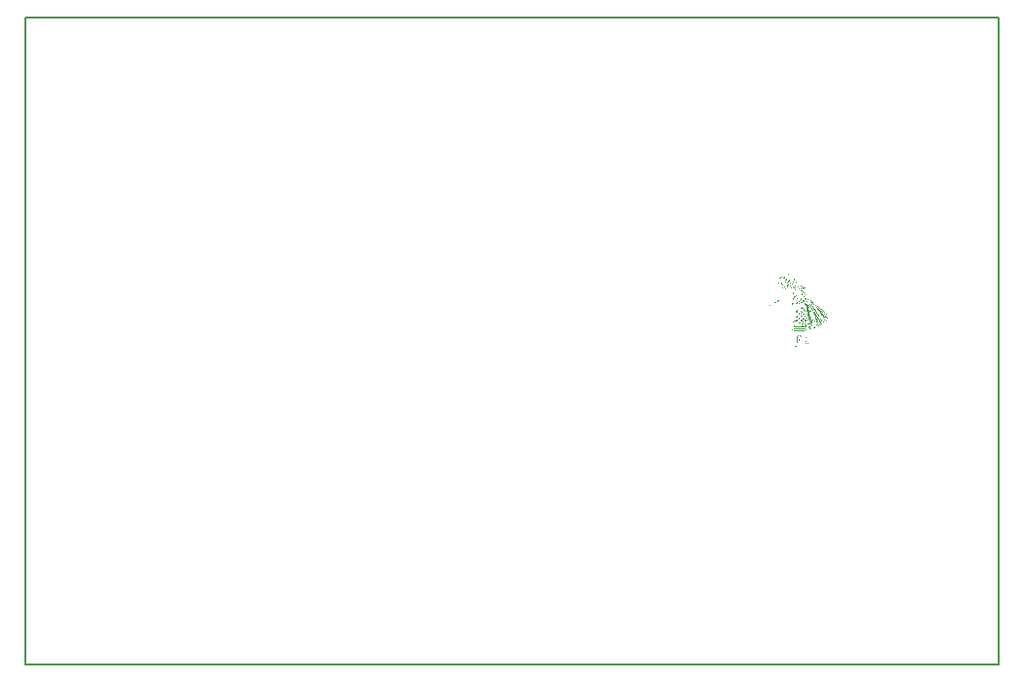
<source format=gbo>
G04 MADE WITH FRITZING*
G04 WWW.FRITZING.ORG*
G04 DOUBLE SIDED*
G04 HOLES PLATED*
G04 CONTOUR ON CENTER OF CONTOUR VECTOR*
%ASAXBY*%
%FSLAX23Y23*%
%MOIN*%
%OFA0B0*%
%SFA1.0B1.0*%
%ADD10R,3.333330X2.222220X3.317330X2.206220*%
%ADD11C,0.008000*%
%LNSILK0*%
G90*
G70*
G54D11*
X4Y2218D02*
X3329Y2218D01*
X3329Y4D01*
X4Y4D01*
X4Y2218D01*
D02*
G36*
X2601Y1342D02*
X2601Y1341D01*
X2599Y1341D01*
X2599Y1342D01*
X2601Y1342D01*
G37*
D02*
G36*
X2612Y1341D02*
X2612Y1337D01*
X2611Y1337D01*
X2611Y1339D01*
X2609Y1339D01*
X2609Y1341D01*
X2612Y1341D01*
G37*
D02*
G36*
X2609Y1339D02*
X2609Y1337D01*
X2607Y1337D01*
X2607Y1339D01*
X2609Y1339D01*
G37*
D02*
G36*
X2603Y1339D02*
X2603Y1337D01*
X2601Y1337D01*
X2601Y1339D01*
X2603Y1339D01*
G37*
D02*
G36*
X2596Y1339D02*
X2596Y1337D01*
X2595Y1337D01*
X2595Y1339D01*
X2596Y1339D01*
G37*
D02*
G36*
X2615Y1336D02*
X2615Y1334D01*
X2614Y1334D01*
X2614Y1336D01*
X2615Y1336D01*
G37*
D02*
G36*
X2607Y1336D02*
X2607Y1334D01*
X2606Y1334D01*
X2606Y1336D01*
X2607Y1336D01*
G37*
D02*
G36*
X2601Y1336D02*
X2601Y1334D01*
X2599Y1334D01*
X2599Y1336D01*
X2601Y1336D01*
G37*
D02*
G36*
X2595Y1336D02*
X2595Y1334D01*
X2593Y1334D01*
X2593Y1336D01*
X2595Y1336D01*
G37*
D02*
G36*
X2617Y1334D02*
X2617Y1333D01*
X2615Y1333D01*
X2615Y1334D01*
X2617Y1334D01*
G37*
D02*
G36*
X2609Y1334D02*
X2609Y1333D01*
X2607Y1333D01*
X2607Y1334D01*
X2609Y1334D01*
G37*
D02*
G36*
X2604Y1334D02*
X2604Y1333D01*
X2603Y1333D01*
X2603Y1334D01*
X2604Y1334D01*
G37*
D02*
G36*
X2593Y1334D02*
X2593Y1333D01*
X2591Y1333D01*
X2591Y1334D01*
X2593Y1334D01*
G37*
D02*
G36*
X2611Y1333D02*
X2611Y1331D01*
X2609Y1331D01*
X2609Y1333D01*
X2611Y1333D01*
G37*
D02*
G36*
X2601Y1331D02*
X2601Y1326D01*
X2596Y1326D01*
X2596Y1325D01*
X2595Y1325D01*
X2595Y1326D01*
X2593Y1326D01*
X2593Y1328D01*
X2595Y1328D01*
X2595Y1331D01*
X2601Y1331D01*
G37*
D02*
G36*
X2601Y1326D02*
X2601Y1325D01*
X2599Y1325D01*
X2599Y1326D01*
X2601Y1326D01*
G37*
D02*
G36*
X2590Y1331D02*
X2590Y1329D01*
X2588Y1329D01*
X2588Y1331D01*
X2590Y1331D01*
G37*
D02*
G36*
X2587Y1329D02*
X2587Y1328D01*
X2585Y1328D01*
X2585Y1325D01*
X2583Y1325D01*
X2583Y1328D01*
X2582Y1328D01*
X2582Y1329D01*
X2587Y1329D01*
G37*
D02*
G36*
X2614Y1328D02*
X2614Y1326D01*
X2612Y1326D01*
X2612Y1328D01*
X2614Y1328D01*
G37*
D02*
G36*
X2582Y1328D02*
X2582Y1326D01*
X2580Y1326D01*
X2580Y1328D01*
X2582Y1328D01*
G37*
D02*
G36*
X2623Y1326D02*
X2623Y1325D01*
X2622Y1325D01*
X2622Y1326D01*
X2623Y1326D01*
G37*
D02*
G36*
X2609Y1326D02*
X2609Y1325D01*
X2607Y1325D01*
X2607Y1326D01*
X2609Y1326D01*
G37*
D02*
G36*
X2580Y1326D02*
X2580Y1325D01*
X2579Y1325D01*
X2579Y1326D01*
X2580Y1326D01*
G37*
D02*
G36*
X2617Y1325D02*
X2617Y1321D01*
X2615Y1321D01*
X2615Y1325D01*
X2617Y1325D01*
G37*
D02*
G36*
X2611Y1325D02*
X2611Y1323D01*
X2609Y1323D01*
X2609Y1325D01*
X2611Y1325D01*
G37*
D02*
G36*
X2607Y1325D02*
X2607Y1318D01*
X2606Y1318D01*
X2606Y1317D01*
X2603Y1317D01*
X2603Y1318D01*
X2601Y1318D01*
X2601Y1320D01*
X2604Y1320D01*
X2604Y1323D01*
X2606Y1323D01*
X2606Y1325D01*
X2607Y1325D01*
G37*
D02*
G36*
X2633Y1323D02*
X2633Y1318D01*
X2631Y1318D01*
X2631Y1320D01*
X2630Y1320D01*
X2630Y1323D01*
X2633Y1323D01*
G37*
D02*
G36*
X2577Y1323D02*
X2577Y1321D01*
X2576Y1321D01*
X2576Y1323D01*
X2577Y1323D01*
G37*
D02*
G36*
X2625Y1321D02*
X2625Y1320D01*
X2623Y1320D01*
X2623Y1321D01*
X2625Y1321D01*
G37*
D02*
G36*
X2620Y1321D02*
X2620Y1317D01*
X2619Y1317D01*
X2619Y1321D01*
X2620Y1321D01*
G37*
D02*
G36*
X2599Y1321D02*
X2599Y1320D01*
X2598Y1320D01*
X2598Y1321D01*
X2599Y1321D01*
G37*
D02*
G36*
X2580Y1321D02*
X2580Y1320D01*
X2579Y1320D01*
X2579Y1321D01*
X2580Y1321D01*
G37*
D02*
G36*
X2615Y1320D02*
X2615Y1315D01*
X2614Y1315D01*
X2614Y1310D01*
X2609Y1310D01*
X2609Y1313D01*
X2611Y1313D01*
X2611Y1317D01*
X2614Y1317D01*
X2614Y1320D01*
X2615Y1320D01*
G37*
D02*
G36*
X2635Y1318D02*
X2635Y1317D01*
X2633Y1317D01*
X2633Y1318D01*
X2635Y1318D01*
G37*
D02*
G36*
X2627Y1318D02*
X2627Y1317D01*
X2625Y1317D01*
X2625Y1318D01*
X2627Y1318D01*
G37*
D02*
G36*
X2611Y1318D02*
X2611Y1317D01*
X2609Y1317D01*
X2609Y1318D01*
X2611Y1318D01*
G37*
D02*
G36*
X2593Y1318D02*
X2593Y1317D01*
X2591Y1317D01*
X2591Y1318D01*
X2593Y1318D01*
G37*
D02*
G36*
X2628Y1317D02*
X2628Y1313D01*
X2630Y1313D01*
X2630Y1312D01*
X2627Y1312D01*
X2627Y1310D01*
X2623Y1310D01*
X2623Y1312D01*
X2625Y1312D01*
X2625Y1313D01*
X2627Y1313D01*
X2627Y1317D01*
X2628Y1317D01*
G37*
D02*
G36*
X2636Y1315D02*
X2636Y1313D01*
X2635Y1313D01*
X2635Y1315D01*
X2636Y1315D01*
G37*
D02*
G36*
X2603Y1315D02*
X2603Y1312D01*
X2601Y1312D01*
X2601Y1315D01*
X2603Y1315D01*
G37*
D02*
G36*
X2639Y1313D02*
X2639Y1312D01*
X2638Y1312D01*
X2638Y1313D01*
X2639Y1313D01*
G37*
D02*
G36*
X2641Y1312D02*
X2641Y1310D01*
X2639Y1310D01*
X2639Y1312D01*
X2641Y1312D01*
G37*
D02*
G36*
X2585Y1312D02*
X2585Y1310D01*
X2580Y1310D01*
X2580Y1312D01*
X2585Y1312D01*
G37*
D02*
G36*
X2636Y1310D02*
X2636Y1309D01*
X2638Y1309D01*
X2638Y1307D01*
X2635Y1307D01*
X2635Y1310D01*
X2636Y1310D01*
G37*
D02*
G36*
X2619Y1310D02*
X2619Y1309D01*
X2620Y1309D01*
X2620Y1307D01*
X2617Y1307D01*
X2617Y1310D01*
X2619Y1310D01*
G37*
D02*
G36*
X2609Y1310D02*
X2609Y1309D01*
X2607Y1309D01*
X2607Y1310D01*
X2609Y1310D01*
G37*
D02*
G36*
X2590Y1310D02*
X2590Y1305D01*
X2591Y1305D01*
X2591Y1304D01*
X2587Y1304D01*
X2587Y1309D01*
X2585Y1309D01*
X2585Y1310D01*
X2590Y1310D01*
G37*
D02*
G36*
X2579Y1310D02*
X2579Y1309D01*
X2577Y1309D01*
X2577Y1310D01*
X2579Y1310D01*
G37*
D02*
G36*
X2631Y1309D02*
X2631Y1304D01*
X2630Y1304D01*
X2630Y1309D01*
X2631Y1309D01*
G37*
D02*
G36*
X2627Y1307D02*
X2627Y1305D01*
X2623Y1305D01*
X2623Y1307D01*
X2627Y1307D01*
G37*
D02*
G36*
X2607Y1307D02*
X2607Y1305D01*
X2606Y1305D01*
X2606Y1307D01*
X2607Y1307D01*
G37*
D02*
G36*
X2649Y1305D02*
X2649Y1304D01*
X2646Y1304D01*
X2646Y1305D01*
X2649Y1305D01*
G37*
D02*
G36*
X2612Y1304D02*
X2612Y1302D01*
X2611Y1302D01*
X2611Y1304D01*
X2612Y1304D01*
G37*
D02*
G36*
X2609Y1304D02*
X2609Y1302D01*
X2611Y1302D01*
X2611Y1299D01*
X2609Y1299D01*
X2609Y1296D01*
X2607Y1296D01*
X2607Y1304D01*
X2609Y1304D01*
G37*
D02*
G36*
X2593Y1304D02*
X2593Y1302D01*
X2591Y1302D01*
X2591Y1304D01*
X2593Y1304D01*
G37*
D02*
G36*
X2633Y1302D02*
X2633Y1301D01*
X2631Y1301D01*
X2631Y1302D01*
X2633Y1302D01*
G37*
D02*
G36*
X2596Y1302D02*
X2596Y1301D01*
X2598Y1301D01*
X2598Y1297D01*
X2599Y1297D01*
X2599Y1296D01*
X2595Y1296D01*
X2595Y1301D01*
X2593Y1301D01*
X2593Y1302D01*
X2596Y1302D01*
G37*
D02*
G36*
X2587Y1302D02*
X2587Y1301D01*
X2585Y1301D01*
X2585Y1302D01*
X2587Y1302D01*
G37*
D02*
G36*
X2657Y1301D02*
X2657Y1299D01*
X2654Y1299D01*
X2654Y1297D01*
X2652Y1297D01*
X2652Y1301D01*
X2657Y1301D01*
G37*
D02*
G36*
X2635Y1301D02*
X2635Y1299D01*
X2633Y1299D01*
X2633Y1301D01*
X2635Y1301D01*
G37*
D02*
G36*
X2628Y1301D02*
X2628Y1299D01*
X2627Y1299D01*
X2627Y1301D01*
X2628Y1301D01*
G37*
D02*
G36*
X2619Y1301D02*
X2619Y1299D01*
X2617Y1299D01*
X2617Y1301D01*
X2619Y1301D01*
G37*
D02*
G36*
X2588Y1301D02*
X2588Y1299D01*
X2587Y1299D01*
X2587Y1301D01*
X2588Y1301D01*
G37*
D02*
G36*
X2662Y1299D02*
X2662Y1297D01*
X2659Y1297D01*
X2659Y1296D01*
X2657Y1296D01*
X2657Y1299D01*
X2662Y1299D01*
G37*
D02*
G36*
X2649Y1299D02*
X2649Y1297D01*
X2647Y1297D01*
X2647Y1299D01*
X2649Y1299D01*
G37*
D02*
G36*
X2620Y1299D02*
X2620Y1297D01*
X2619Y1297D01*
X2619Y1299D01*
X2620Y1299D01*
G37*
D02*
G36*
X2667Y1297D02*
X2667Y1296D01*
X2665Y1296D01*
X2665Y1297D01*
X2667Y1297D01*
G37*
D02*
G36*
X2646Y1297D02*
X2646Y1294D01*
X2644Y1294D01*
X2644Y1293D01*
X2643Y1293D01*
X2643Y1296D01*
X2644Y1296D01*
X2644Y1297D01*
X2646Y1297D01*
G37*
D02*
G36*
X2631Y1297D02*
X2631Y1296D01*
X2628Y1296D01*
X2628Y1297D01*
X2631Y1297D01*
G37*
D02*
G36*
X2635Y1296D02*
X2635Y1291D01*
X2630Y1291D01*
X2630Y1293D01*
X2631Y1293D01*
X2631Y1296D01*
X2635Y1296D01*
G37*
D02*
G36*
X2622Y1296D02*
X2622Y1291D01*
X2620Y1291D01*
X2620Y1296D01*
X2622Y1296D01*
G37*
D02*
G36*
X2617Y1296D02*
X2617Y1294D01*
X2615Y1294D01*
X2615Y1296D01*
X2617Y1296D01*
G37*
D02*
G36*
X2591Y1296D02*
X2591Y1294D01*
X2590Y1294D01*
X2590Y1296D01*
X2591Y1296D01*
G37*
D02*
G36*
X2649Y1294D02*
X2649Y1293D01*
X2647Y1293D01*
X2647Y1294D01*
X2649Y1294D01*
G37*
D02*
G36*
X2611Y1294D02*
X2611Y1293D01*
X2609Y1293D01*
X2609Y1294D01*
X2611Y1294D01*
G37*
D02*
G36*
X2593Y1294D02*
X2593Y1291D01*
X2591Y1291D01*
X2591Y1294D01*
X2593Y1294D01*
G37*
D02*
G36*
X2670Y1293D02*
X2670Y1291D01*
X2662Y1291D01*
X2662Y1288D01*
X2660Y1288D01*
X2660Y1293D01*
X2670Y1293D01*
G37*
D02*
G36*
X2668Y1291D02*
X2668Y1290D01*
X2667Y1290D01*
X2667Y1288D01*
X2665Y1288D01*
X2665Y1291D01*
X2668Y1291D01*
G37*
D02*
G36*
X2647Y1293D02*
X2647Y1291D01*
X2646Y1291D01*
X2646Y1293D01*
X2647Y1293D01*
G37*
D02*
G36*
X2601Y1293D02*
X2601Y1291D01*
X2599Y1291D01*
X2599Y1293D01*
X2601Y1293D01*
G37*
D02*
G36*
X2646Y1291D02*
X2646Y1290D01*
X2644Y1290D01*
X2644Y1291D01*
X2646Y1291D01*
G37*
D02*
G36*
X2612Y1291D02*
X2612Y1290D01*
X2611Y1290D01*
X2611Y1291D01*
X2612Y1291D01*
G37*
D02*
G36*
X2655Y1290D02*
X2655Y1288D01*
X2654Y1288D01*
X2654Y1290D01*
X2655Y1290D01*
G37*
D02*
G36*
X2649Y1290D02*
X2649Y1288D01*
X2647Y1288D01*
X2647Y1290D01*
X2649Y1290D01*
G37*
D02*
G36*
X2644Y1290D02*
X2644Y1288D01*
X2643Y1288D01*
X2643Y1290D01*
X2644Y1290D01*
G37*
D02*
G36*
X2623Y1290D02*
X2623Y1286D01*
X2622Y1286D01*
X2622Y1290D01*
X2623Y1290D01*
G37*
D02*
G36*
X2603Y1290D02*
X2603Y1288D01*
X2601Y1288D01*
X2601Y1290D01*
X2603Y1290D01*
G37*
D02*
G36*
X2654Y1288D02*
X2654Y1286D01*
X2652Y1286D01*
X2652Y1288D01*
X2654Y1288D01*
G37*
D02*
G36*
X2647Y1288D02*
X2647Y1286D01*
X2646Y1286D01*
X2646Y1288D01*
X2647Y1288D01*
G37*
D02*
G36*
X2635Y1288D02*
X2635Y1286D01*
X2633Y1286D01*
X2633Y1288D01*
X2635Y1288D01*
G37*
D02*
G36*
X2614Y1288D02*
X2614Y1285D01*
X2612Y1285D01*
X2612Y1288D01*
X2614Y1288D01*
G37*
D02*
G36*
X2660Y1286D02*
X2660Y1282D01*
X2654Y1282D01*
X2654Y1283D01*
X2652Y1283D01*
X2652Y1285D01*
X2654Y1285D01*
X2654Y1286D01*
X2660Y1286D01*
G37*
D02*
G36*
X2652Y1286D02*
X2652Y1285D01*
X2651Y1285D01*
X2651Y1286D01*
X2652Y1286D01*
G37*
D02*
G36*
X2646Y1286D02*
X2646Y1285D01*
X2644Y1285D01*
X2644Y1286D01*
X2646Y1286D01*
G37*
D02*
G36*
X2625Y1286D02*
X2625Y1283D01*
X2623Y1283D01*
X2623Y1286D01*
X2625Y1286D01*
G37*
D02*
G36*
X2651Y1285D02*
X2651Y1282D01*
X2649Y1282D01*
X2649Y1285D01*
X2651Y1285D01*
G37*
D02*
G36*
X2644Y1285D02*
X2644Y1283D01*
X2643Y1283D01*
X2643Y1285D01*
X2644Y1285D01*
G37*
D02*
G36*
X2627Y1283D02*
X2627Y1282D01*
X2625Y1282D01*
X2625Y1283D01*
X2627Y1283D01*
G37*
D02*
G36*
X2638Y1282D02*
X2638Y1275D01*
X2636Y1275D01*
X2636Y1277D01*
X2635Y1277D01*
X2635Y1280D01*
X2636Y1280D01*
X2636Y1282D01*
X2638Y1282D01*
G37*
D02*
G36*
X2662Y1280D02*
X2662Y1278D01*
X2660Y1278D01*
X2660Y1280D01*
X2662Y1280D01*
G37*
D02*
G36*
X2651Y1278D02*
X2651Y1277D01*
X2647Y1277D01*
X2647Y1278D01*
X2651Y1278D01*
G37*
D02*
G36*
X2667Y1277D02*
X2667Y1274D01*
X2660Y1274D01*
X2660Y1275D01*
X2662Y1275D01*
X2662Y1277D01*
X2667Y1277D01*
G37*
D02*
G36*
X2630Y1277D02*
X2630Y1272D01*
X2628Y1272D01*
X2628Y1277D01*
X2630Y1277D01*
G37*
D02*
G36*
X2659Y1274D02*
X2659Y1269D01*
X2657Y1269D01*
X2657Y1274D01*
X2659Y1274D01*
G37*
D02*
G36*
X2639Y1272D02*
X2639Y1270D01*
X2638Y1270D01*
X2638Y1272D01*
X2639Y1272D01*
G37*
D02*
G36*
X2670Y1270D02*
X2670Y1267D01*
X2668Y1267D01*
X2668Y1270D01*
X2670Y1270D01*
G37*
D02*
G36*
X2631Y1270D02*
X2631Y1269D01*
X2630Y1269D01*
X2630Y1270D01*
X2631Y1270D01*
G37*
D02*
G36*
X2660Y1269D02*
X2660Y1267D01*
X2659Y1267D01*
X2659Y1269D01*
X2660Y1269D01*
G37*
D02*
G36*
X2623Y1269D02*
X2623Y1261D01*
X2622Y1261D01*
X2622Y1269D01*
X2623Y1269D01*
G37*
D02*
G36*
X2639Y1267D02*
X2639Y1266D01*
X2638Y1266D01*
X2638Y1267D01*
X2639Y1267D01*
G37*
D02*
G36*
X2631Y1267D02*
X2631Y1266D01*
X2633Y1266D01*
X2633Y1264D01*
X2638Y1264D01*
X2638Y1262D01*
X2636Y1262D01*
X2636Y1261D01*
X2633Y1261D01*
X2633Y1259D01*
X2631Y1259D01*
X2631Y1261D01*
X2630Y1261D01*
X2630Y1267D01*
X2631Y1267D01*
G37*
D02*
G36*
X2667Y1266D02*
X2667Y1259D01*
X2665Y1259D01*
X2665Y1262D01*
X2663Y1262D01*
X2663Y1264D01*
X2662Y1264D01*
X2662Y1266D01*
X2667Y1266D01*
G37*
D02*
G36*
X2655Y1262D02*
X2655Y1261D01*
X2654Y1261D01*
X2654Y1262D01*
X2655Y1262D01*
G37*
D02*
G36*
X2657Y1261D02*
X2657Y1258D01*
X2655Y1258D01*
X2655Y1261D01*
X2657Y1261D01*
G37*
D02*
G36*
X2628Y1261D02*
X2628Y1259D01*
X2627Y1259D01*
X2627Y1261D01*
X2628Y1261D01*
G37*
D02*
G36*
X2663Y1259D02*
X2663Y1258D01*
X2662Y1258D01*
X2662Y1259D01*
X2663Y1259D01*
G37*
D02*
G36*
X2651Y1259D02*
X2651Y1258D01*
X2649Y1258D01*
X2649Y1259D01*
X2651Y1259D01*
G37*
D02*
G36*
X2638Y1259D02*
X2638Y1258D01*
X2636Y1258D01*
X2636Y1259D01*
X2638Y1259D01*
G37*
D02*
G36*
X2674Y1258D02*
X2674Y1256D01*
X2670Y1256D01*
X2670Y1254D01*
X2668Y1254D01*
X2668Y1258D01*
X2674Y1258D01*
G37*
D02*
G36*
X2674Y1256D02*
X2674Y1253D01*
X2673Y1253D01*
X2673Y1256D01*
X2674Y1256D01*
G37*
D02*
G36*
X2655Y1258D02*
X2655Y1256D01*
X2654Y1256D01*
X2654Y1254D01*
X2652Y1254D01*
X2652Y1258D01*
X2655Y1258D01*
G37*
D02*
G36*
X2643Y1258D02*
X2643Y1256D01*
X2639Y1256D01*
X2639Y1258D01*
X2643Y1258D01*
G37*
D02*
G36*
X2630Y1258D02*
X2630Y1251D01*
X2628Y1251D01*
X2628Y1254D01*
X2625Y1254D01*
X2625Y1256D01*
X2628Y1256D01*
X2628Y1258D01*
X2630Y1258D01*
G37*
D02*
G36*
X2660Y1256D02*
X2660Y1254D01*
X2659Y1254D01*
X2659Y1253D01*
X2657Y1253D01*
X2657Y1251D01*
X2654Y1251D01*
X2654Y1253D01*
X2655Y1253D01*
X2655Y1254D01*
X2657Y1254D01*
X2657Y1256D01*
X2660Y1256D01*
G37*
D02*
G36*
X2649Y1256D02*
X2649Y1254D01*
X2647Y1254D01*
X2647Y1256D01*
X2649Y1256D01*
G37*
D02*
G36*
X2668Y1254D02*
X2668Y1253D01*
X2667Y1253D01*
X2667Y1254D01*
X2668Y1254D01*
G37*
D02*
G36*
X2639Y1254D02*
X2639Y1253D01*
X2638Y1253D01*
X2638Y1254D01*
X2639Y1254D01*
G37*
D02*
G36*
X2582Y1254D02*
X2582Y1253D01*
X2580Y1253D01*
X2580Y1254D01*
X2582Y1254D01*
G37*
D02*
G36*
X2679Y1253D02*
X2679Y1251D01*
X2681Y1251D01*
X2681Y1250D01*
X2676Y1250D01*
X2676Y1251D01*
X2678Y1251D01*
X2678Y1253D01*
X2679Y1253D01*
G37*
D02*
G36*
X2673Y1253D02*
X2673Y1251D01*
X2671Y1251D01*
X2671Y1253D01*
X2673Y1253D01*
G37*
D02*
G36*
X2644Y1253D02*
X2644Y1250D01*
X2643Y1250D01*
X2643Y1253D01*
X2644Y1253D01*
G37*
D02*
G36*
X2580Y1253D02*
X2580Y1251D01*
X2579Y1251D01*
X2579Y1253D01*
X2580Y1253D01*
G37*
D02*
G36*
X2686Y1251D02*
X2686Y1250D01*
X2684Y1250D01*
X2684Y1251D01*
X2686Y1251D01*
G37*
D02*
G36*
X2671Y1251D02*
X2671Y1250D01*
X2670Y1250D01*
X2670Y1251D01*
X2671Y1251D01*
G37*
D02*
G36*
X2667Y1251D02*
X2667Y1250D01*
X2665Y1250D01*
X2665Y1251D01*
X2667Y1251D01*
G37*
D02*
G36*
X2654Y1251D02*
X2654Y1250D01*
X2652Y1250D01*
X2652Y1251D01*
X2654Y1251D01*
G37*
D02*
G36*
X2689Y1250D02*
X2689Y1248D01*
X2687Y1248D01*
X2687Y1250D01*
X2689Y1250D01*
G37*
D02*
G36*
X2668Y1250D02*
X2668Y1248D01*
X2667Y1248D01*
X2667Y1250D01*
X2668Y1250D01*
G37*
D02*
G36*
X2665Y1250D02*
X2665Y1248D01*
X2667Y1248D01*
X2667Y1246D01*
X2665Y1246D01*
X2665Y1245D01*
X2662Y1245D01*
X2662Y1243D01*
X2659Y1243D01*
X2659Y1245D01*
X2660Y1245D01*
X2660Y1250D01*
X2665Y1250D01*
G37*
D02*
G36*
X2652Y1250D02*
X2652Y1248D01*
X2651Y1248D01*
X2651Y1250D01*
X2652Y1250D01*
G37*
D02*
G36*
X2579Y1250D02*
X2579Y1248D01*
X2576Y1248D01*
X2576Y1246D01*
X2574Y1246D01*
X2574Y1245D01*
X2572Y1245D01*
X2572Y1248D01*
X2574Y1248D01*
X2574Y1250D01*
X2579Y1250D01*
G37*
D02*
G36*
X2692Y1248D02*
X2692Y1246D01*
X2689Y1246D01*
X2689Y1248D01*
X2692Y1248D01*
G37*
D02*
G36*
X2676Y1248D02*
X2676Y1246D01*
X2674Y1246D01*
X2674Y1248D01*
X2676Y1248D01*
G37*
D02*
G36*
X2651Y1248D02*
X2651Y1245D01*
X2644Y1245D01*
X2644Y1246D01*
X2647Y1246D01*
X2647Y1248D01*
X2651Y1248D01*
G37*
D02*
G36*
X2588Y1248D02*
X2588Y1246D01*
X2587Y1246D01*
X2587Y1248D01*
X2588Y1248D01*
G37*
D02*
G36*
X2694Y1246D02*
X2694Y1245D01*
X2692Y1245D01*
X2692Y1246D01*
X2694Y1246D01*
G37*
D02*
G36*
X2695Y1245D02*
X2695Y1243D01*
X2692Y1243D01*
X2692Y1245D01*
X2695Y1245D01*
G37*
D02*
G36*
X2689Y1245D02*
X2689Y1243D01*
X2686Y1243D01*
X2686Y1245D01*
X2689Y1245D01*
G37*
D02*
G36*
X2697Y1243D02*
X2697Y1242D01*
X2687Y1242D01*
X2687Y1243D01*
X2697Y1243D01*
G37*
D02*
G36*
X2697Y1243D02*
X2697Y1242D01*
X2687Y1242D01*
X2687Y1243D01*
X2697Y1243D01*
G37*
D02*
G36*
X2698Y1242D02*
X2698Y1237D01*
X2695Y1237D01*
X2695Y1238D01*
X2694Y1238D01*
X2694Y1240D01*
X2690Y1240D01*
X2690Y1242D01*
X2698Y1242D01*
G37*
D02*
G36*
X2684Y1246D02*
X2684Y1245D01*
X2679Y1245D01*
X2679Y1246D01*
X2684Y1246D01*
G37*
D02*
G36*
X2671Y1245D02*
X2671Y1243D01*
X2668Y1243D01*
X2668Y1245D01*
X2671Y1245D01*
G37*
D02*
G36*
X2644Y1245D02*
X2644Y1237D01*
X2638Y1237D01*
X2638Y1240D01*
X2636Y1240D01*
X2636Y1242D01*
X2639Y1242D01*
X2639Y1243D01*
X2643Y1243D01*
X2643Y1245D01*
X2644Y1245D01*
G37*
D02*
G36*
X2674Y1243D02*
X2674Y1242D01*
X2673Y1242D01*
X2673Y1243D01*
X2674Y1243D01*
G37*
D02*
G36*
X2659Y1243D02*
X2659Y1242D01*
X2654Y1242D01*
X2654Y1240D01*
X2652Y1240D01*
X2652Y1243D01*
X2659Y1243D01*
G37*
D02*
G36*
X2571Y1243D02*
X2571Y1242D01*
X2568Y1242D01*
X2568Y1240D01*
X2564Y1240D01*
X2564Y1243D01*
X2571Y1243D01*
G37*
D02*
G36*
X2667Y1242D02*
X2667Y1240D01*
X2665Y1240D01*
X2665Y1242D01*
X2667Y1242D01*
G37*
D02*
G36*
X2627Y1242D02*
X2627Y1240D01*
X2630Y1240D01*
X2630Y1237D01*
X2625Y1237D01*
X2625Y1235D01*
X2623Y1235D01*
X2623Y1238D01*
X2622Y1238D01*
X2622Y1240D01*
X2623Y1240D01*
X2623Y1242D01*
X2627Y1242D01*
G37*
D02*
G36*
X2649Y1240D02*
X2649Y1238D01*
X2647Y1238D01*
X2647Y1240D01*
X2649Y1240D01*
G37*
D02*
G36*
X2564Y1240D02*
X2564Y1238D01*
X2563Y1238D01*
X2563Y1240D01*
X2564Y1240D01*
G37*
D02*
G36*
X2684Y1238D02*
X2684Y1237D01*
X2682Y1237D01*
X2682Y1238D01*
X2684Y1238D01*
G37*
D02*
G36*
X2556Y1238D02*
X2556Y1237D01*
X2553Y1237D01*
X2553Y1238D01*
X2556Y1238D01*
G37*
D02*
G36*
X2700Y1237D02*
X2700Y1235D01*
X2698Y1235D01*
X2698Y1237D01*
X2700Y1237D01*
G37*
D02*
G36*
X2692Y1237D02*
X2692Y1235D01*
X2690Y1235D01*
X2690Y1237D01*
X2692Y1237D01*
G37*
D02*
G36*
X2686Y1237D02*
X2686Y1235D01*
X2684Y1235D01*
X2684Y1237D01*
X2686Y1237D01*
G37*
D02*
G36*
X2706Y1235D02*
X2706Y1234D01*
X2705Y1234D01*
X2705Y1235D01*
X2706Y1235D01*
G37*
D02*
G36*
X2703Y1235D02*
X2703Y1234D01*
X2700Y1234D01*
X2700Y1235D01*
X2703Y1235D01*
G37*
D02*
G36*
X2708Y1234D02*
X2708Y1232D01*
X2702Y1232D01*
X2702Y1234D01*
X2708Y1234D01*
G37*
D02*
G36*
X2708Y1234D02*
X2708Y1232D01*
X2702Y1232D01*
X2702Y1234D01*
X2708Y1234D01*
G37*
D02*
G36*
X2708Y1232D02*
X2708Y1227D01*
X2706Y1227D01*
X2706Y1229D01*
X2705Y1229D01*
X2705Y1230D01*
X2703Y1230D01*
X2703Y1232D01*
X2708Y1232D01*
G37*
D02*
G36*
X2689Y1235D02*
X2689Y1234D01*
X2690Y1234D01*
X2690Y1232D01*
X2687Y1232D01*
X2687Y1234D01*
X2686Y1234D01*
X2686Y1235D01*
X2689Y1235D01*
G37*
D02*
G36*
X2636Y1235D02*
X2636Y1234D01*
X2631Y1234D01*
X2631Y1235D01*
X2636Y1235D01*
G37*
D02*
G36*
X2560Y1235D02*
X2560Y1234D01*
X2558Y1234D01*
X2558Y1235D01*
X2560Y1235D01*
G37*
D02*
G36*
X2628Y1234D02*
X2628Y1232D01*
X2627Y1232D01*
X2627Y1234D01*
X2628Y1234D01*
G37*
D02*
G36*
X2550Y1234D02*
X2550Y1232D01*
X2548Y1232D01*
X2548Y1234D01*
X2550Y1234D01*
G37*
D02*
G36*
X2692Y1232D02*
X2692Y1230D01*
X2690Y1230D01*
X2690Y1232D01*
X2692Y1232D01*
G37*
D02*
G36*
X2662Y1232D02*
X2662Y1230D01*
X2660Y1230D01*
X2660Y1232D01*
X2662Y1232D01*
G37*
D02*
G36*
X2713Y1230D02*
X2713Y1229D01*
X2711Y1229D01*
X2711Y1230D01*
X2713Y1230D01*
G37*
D02*
G36*
X2695Y1230D02*
X2695Y1229D01*
X2697Y1229D01*
X2697Y1227D01*
X2698Y1227D01*
X2698Y1226D01*
X2700Y1226D01*
X2700Y1222D01*
X2702Y1222D01*
X2702Y1221D01*
X2703Y1221D01*
X2703Y1218D01*
X2705Y1218D01*
X2705Y1216D01*
X2700Y1216D01*
X2700Y1219D01*
X2698Y1219D01*
X2698Y1222D01*
X2697Y1222D01*
X2697Y1224D01*
X2695Y1224D01*
X2695Y1226D01*
X2694Y1226D01*
X2694Y1229D01*
X2692Y1229D01*
X2692Y1230D01*
X2695Y1230D01*
G37*
D02*
G36*
X2686Y1230D02*
X2686Y1229D01*
X2684Y1229D01*
X2684Y1230D01*
X2686Y1230D01*
G37*
D02*
G36*
X2660Y1230D02*
X2660Y1229D01*
X2659Y1229D01*
X2659Y1230D01*
X2660Y1230D01*
G37*
D02*
G36*
X2714Y1229D02*
X2714Y1227D01*
X2713Y1227D01*
X2713Y1229D01*
X2714Y1229D01*
G37*
D02*
G36*
X2663Y1229D02*
X2663Y1227D01*
X2662Y1227D01*
X2662Y1229D01*
X2663Y1229D01*
G37*
D02*
G36*
X2716Y1227D02*
X2716Y1226D01*
X2714Y1226D01*
X2714Y1227D01*
X2716Y1227D01*
G37*
D02*
G36*
X2659Y1227D02*
X2659Y1224D01*
X2662Y1224D01*
X2662Y1222D01*
X2654Y1222D01*
X2654Y1224D01*
X2655Y1224D01*
X2655Y1226D01*
X2657Y1226D01*
X2657Y1227D01*
X2659Y1227D01*
G37*
D02*
G36*
X2719Y1226D02*
X2719Y1224D01*
X2721Y1224D01*
X2721Y1222D01*
X2722Y1222D01*
X2722Y1221D01*
X2726Y1221D01*
X2726Y1219D01*
X2727Y1219D01*
X2727Y1218D01*
X2729Y1218D01*
X2729Y1216D01*
X2730Y1216D01*
X2730Y1214D01*
X2732Y1214D01*
X2732Y1213D01*
X2734Y1213D01*
X2734Y1211D01*
X2735Y1211D01*
X2735Y1210D01*
X2737Y1210D01*
X2737Y1208D01*
X2738Y1208D01*
X2738Y1206D01*
X2740Y1206D01*
X2740Y1203D01*
X2738Y1203D01*
X2738Y1205D01*
X2737Y1205D01*
X2737Y1206D01*
X2735Y1206D01*
X2735Y1208D01*
X2734Y1208D01*
X2734Y1210D01*
X2732Y1210D01*
X2732Y1211D01*
X2730Y1211D01*
X2730Y1213D01*
X2729Y1213D01*
X2729Y1214D01*
X2727Y1214D01*
X2727Y1216D01*
X2726Y1216D01*
X2726Y1218D01*
X2724Y1218D01*
X2724Y1219D01*
X2721Y1219D01*
X2721Y1221D01*
X2719Y1221D01*
X2719Y1222D01*
X2718Y1222D01*
X2718Y1224D01*
X2716Y1224D01*
X2716Y1226D01*
X2719Y1226D01*
G37*
D02*
G36*
X2670Y1222D02*
X2670Y1221D01*
X2668Y1221D01*
X2668Y1222D01*
X2670Y1222D01*
G37*
D02*
G36*
X2665Y1221D02*
X2665Y1219D01*
X2667Y1219D01*
X2667Y1216D01*
X2663Y1216D01*
X2663Y1221D01*
X2665Y1221D01*
G37*
D02*
G36*
X2651Y1221D02*
X2651Y1219D01*
X2649Y1219D01*
X2649Y1221D01*
X2651Y1221D01*
G37*
D02*
G36*
X2687Y1219D02*
X2687Y1218D01*
X2686Y1218D01*
X2686Y1219D01*
X2687Y1219D01*
G37*
D02*
G36*
X2660Y1219D02*
X2660Y1216D01*
X2659Y1216D01*
X2659Y1218D01*
X2654Y1218D01*
X2654Y1219D01*
X2660Y1219D01*
G37*
D02*
G36*
X2643Y1218D02*
X2643Y1216D01*
X2641Y1216D01*
X2641Y1218D01*
X2643Y1218D01*
G37*
D02*
G36*
X2708Y1216D02*
X2708Y1214D01*
X2706Y1214D01*
X2706Y1211D01*
X2708Y1211D01*
X2708Y1210D01*
X2710Y1210D01*
X2710Y1208D01*
X2711Y1208D01*
X2711Y1205D01*
X2713Y1205D01*
X2713Y1203D01*
X2714Y1203D01*
X2714Y1200D01*
X2716Y1200D01*
X2716Y1195D01*
X2714Y1195D01*
X2714Y1197D01*
X2713Y1197D01*
X2713Y1200D01*
X2711Y1200D01*
X2711Y1202D01*
X2710Y1202D01*
X2710Y1205D01*
X2708Y1205D01*
X2708Y1208D01*
X2705Y1208D01*
X2705Y1211D01*
X2703Y1211D01*
X2703Y1213D01*
X2705Y1213D01*
X2705Y1216D01*
X2708Y1216D01*
G37*
D02*
G36*
X2663Y1216D02*
X2663Y1214D01*
X2662Y1214D01*
X2662Y1216D01*
X2663Y1216D01*
G37*
D02*
G36*
X2652Y1216D02*
X2652Y1214D01*
X2649Y1214D01*
X2649Y1216D01*
X2652Y1216D01*
G37*
D02*
G36*
X2670Y1214D02*
X2670Y1210D01*
X2668Y1210D01*
X2668Y1213D01*
X2667Y1213D01*
X2667Y1214D01*
X2670Y1214D01*
G37*
D02*
G36*
X2657Y1214D02*
X2657Y1213D01*
X2655Y1213D01*
X2655Y1211D01*
X2654Y1211D01*
X2654Y1210D01*
X2651Y1210D01*
X2651Y1211D01*
X2652Y1211D01*
X2652Y1213D01*
X2654Y1213D01*
X2654Y1214D01*
X2657Y1214D01*
G37*
D02*
G36*
X2641Y1216D02*
X2641Y1213D01*
X2638Y1213D01*
X2638Y1214D01*
X2639Y1214D01*
X2639Y1216D01*
X2641Y1216D01*
G37*
D02*
G36*
X2644Y1214D02*
X2644Y1213D01*
X2643Y1213D01*
X2643Y1214D01*
X2644Y1214D01*
G37*
D02*
G36*
X2644Y1213D02*
X2644Y1211D01*
X2638Y1211D01*
X2638Y1213D01*
X2644Y1213D01*
G37*
D02*
G36*
X2644Y1213D02*
X2644Y1211D01*
X2638Y1211D01*
X2638Y1213D01*
X2644Y1213D01*
G37*
D02*
G36*
X2646Y1211D02*
X2646Y1210D01*
X2644Y1210D01*
X2644Y1208D01*
X2638Y1208D01*
X2638Y1211D01*
X2646Y1211D01*
G37*
D02*
G36*
X2726Y1213D02*
X2726Y1211D01*
X2724Y1211D01*
X2724Y1213D01*
X2726Y1213D01*
G37*
D02*
G36*
X2690Y1213D02*
X2690Y1211D01*
X2687Y1211D01*
X2687Y1213D01*
X2690Y1213D01*
G37*
D02*
G36*
X2727Y1211D02*
X2727Y1210D01*
X2726Y1210D01*
X2726Y1211D01*
X2727Y1211D01*
G37*
D02*
G36*
X2695Y1211D02*
X2695Y1210D01*
X2694Y1210D01*
X2694Y1211D01*
X2695Y1211D01*
G37*
D02*
G36*
X2660Y1211D02*
X2660Y1210D01*
X2659Y1210D01*
X2659Y1211D01*
X2660Y1211D01*
G37*
D02*
G36*
X2729Y1210D02*
X2729Y1208D01*
X2727Y1208D01*
X2727Y1210D01*
X2729Y1210D01*
G37*
D02*
G36*
X2659Y1210D02*
X2659Y1208D01*
X2657Y1208D01*
X2657Y1210D01*
X2659Y1210D01*
G37*
D02*
G36*
X2730Y1208D02*
X2730Y1206D01*
X2729Y1206D01*
X2729Y1208D01*
X2730Y1208D01*
G37*
D02*
G36*
X2671Y1208D02*
X2671Y1205D01*
X2670Y1205D01*
X2670Y1208D01*
X2671Y1208D01*
G37*
D02*
G36*
X2657Y1208D02*
X2657Y1206D01*
X2654Y1206D01*
X2654Y1208D01*
X2657Y1208D01*
G37*
D02*
G36*
X2649Y1208D02*
X2649Y1206D01*
X2652Y1206D01*
X2652Y1205D01*
X2651Y1205D01*
X2651Y1200D01*
X2646Y1200D01*
X2646Y1206D01*
X2647Y1206D01*
X2647Y1208D01*
X2649Y1208D01*
G37*
D02*
G36*
X2732Y1206D02*
X2732Y1205D01*
X2734Y1205D01*
X2734Y1203D01*
X2730Y1203D01*
X2730Y1206D01*
X2732Y1206D01*
G37*
D02*
G36*
X2667Y1206D02*
X2667Y1202D01*
X2665Y1202D01*
X2665Y1200D01*
X2660Y1200D01*
X2660Y1206D01*
X2667Y1206D01*
G37*
D02*
G36*
X2638Y1206D02*
X2638Y1203D01*
X2636Y1203D01*
X2636Y1206D01*
X2638Y1206D01*
G37*
D02*
G36*
X2743Y1203D02*
X2743Y1202D01*
X2745Y1202D01*
X2745Y1200D01*
X2742Y1200D01*
X2742Y1202D01*
X2740Y1202D01*
X2740Y1203D01*
X2743Y1203D01*
G37*
D02*
G36*
X2735Y1203D02*
X2735Y1202D01*
X2734Y1202D01*
X2734Y1203D01*
X2735Y1203D01*
G37*
D02*
G36*
X2673Y1203D02*
X2673Y1202D01*
X2671Y1202D01*
X2671Y1203D01*
X2673Y1203D01*
G37*
D02*
G36*
X2711Y1227D02*
X2711Y1226D01*
X2713Y1226D01*
X2713Y1224D01*
X2714Y1224D01*
X2714Y1221D01*
X2716Y1221D01*
X2716Y1219D01*
X2718Y1219D01*
X2718Y1218D01*
X2719Y1218D01*
X2719Y1216D01*
X2722Y1216D01*
X2722Y1214D01*
X2724Y1214D01*
X2724Y1213D01*
X2722Y1213D01*
X2722Y1211D01*
X2724Y1211D01*
X2724Y1208D01*
X2726Y1208D01*
X2726Y1206D01*
X2727Y1206D01*
X2727Y1205D01*
X2729Y1205D01*
X2729Y1202D01*
X2730Y1202D01*
X2730Y1200D01*
X2732Y1200D01*
X2732Y1198D01*
X2726Y1198D01*
X2726Y1197D01*
X2724Y1197D01*
X2724Y1200D01*
X2721Y1200D01*
X2721Y1202D01*
X2722Y1202D01*
X2722Y1205D01*
X2719Y1205D01*
X2719Y1206D01*
X2721Y1206D01*
X2721Y1208D01*
X2719Y1208D01*
X2719Y1210D01*
X2718Y1210D01*
X2718Y1211D01*
X2716Y1211D01*
X2716Y1214D01*
X2714Y1214D01*
X2714Y1218D01*
X2713Y1218D01*
X2713Y1219D01*
X2711Y1219D01*
X2711Y1222D01*
X2710Y1222D01*
X2710Y1226D01*
X2708Y1226D01*
X2708Y1227D01*
X2711Y1227D01*
G37*
D02*
G36*
X2737Y1202D02*
X2737Y1200D01*
X2738Y1200D01*
X2738Y1198D01*
X2740Y1198D01*
X2740Y1195D01*
X2742Y1195D01*
X2742Y1194D01*
X2743Y1194D01*
X2743Y1192D01*
X2738Y1192D01*
X2738Y1197D01*
X2737Y1197D01*
X2737Y1198D01*
X2735Y1198D01*
X2735Y1202D01*
X2737Y1202D01*
G37*
D02*
G36*
X2734Y1198D02*
X2734Y1195D01*
X2735Y1195D01*
X2735Y1194D01*
X2737Y1194D01*
X2737Y1192D01*
X2730Y1192D01*
X2730Y1191D01*
X2729Y1191D01*
X2729Y1198D01*
X2734Y1198D01*
G37*
D02*
G36*
X2740Y1192D02*
X2740Y1191D01*
X2732Y1191D01*
X2732Y1192D01*
X2740Y1192D01*
G37*
D02*
G36*
X2740Y1192D02*
X2740Y1191D01*
X2732Y1191D01*
X2732Y1192D01*
X2740Y1192D01*
G37*
D02*
G36*
X2738Y1191D02*
X2738Y1189D01*
X2737Y1189D01*
X2737Y1187D01*
X2734Y1187D01*
X2734Y1189D01*
X2735Y1189D01*
X2735Y1191D01*
X2738Y1191D01*
G37*
D02*
G36*
X2638Y1202D02*
X2638Y1200D01*
X2633Y1200D01*
X2633Y1202D01*
X2638Y1202D01*
G37*
D02*
G36*
X2746Y1198D02*
X2746Y1197D01*
X2745Y1197D01*
X2745Y1198D01*
X2746Y1198D01*
G37*
D02*
G36*
X2674Y1198D02*
X2674Y1195D01*
X2673Y1195D01*
X2673Y1197D01*
X2670Y1197D01*
X2670Y1198D01*
X2674Y1198D01*
G37*
D02*
G36*
X2659Y1198D02*
X2659Y1194D01*
X2652Y1194D01*
X2652Y1195D01*
X2654Y1195D01*
X2654Y1197D01*
X2652Y1197D01*
X2652Y1198D01*
X2659Y1198D01*
G37*
D02*
G36*
X2644Y1198D02*
X2644Y1194D01*
X2643Y1194D01*
X2643Y1192D01*
X2641Y1192D01*
X2641Y1194D01*
X2639Y1194D01*
X2639Y1195D01*
X2641Y1195D01*
X2641Y1197D01*
X2643Y1197D01*
X2643Y1198D01*
X2644Y1198D01*
G37*
D02*
G36*
X2670Y1197D02*
X2670Y1195D01*
X2671Y1195D01*
X2671Y1192D01*
X2670Y1192D01*
X2670Y1194D01*
X2668Y1194D01*
X2668Y1197D01*
X2670Y1197D01*
G37*
D02*
G36*
X2718Y1195D02*
X2718Y1192D01*
X2716Y1192D01*
X2716Y1195D01*
X2718Y1195D01*
G37*
D02*
G36*
X2687Y1229D02*
X2687Y1227D01*
X2689Y1227D01*
X2689Y1226D01*
X2690Y1226D01*
X2690Y1224D01*
X2692Y1224D01*
X2692Y1222D01*
X2694Y1222D01*
X2694Y1219D01*
X2695Y1219D01*
X2695Y1216D01*
X2697Y1216D01*
X2697Y1214D01*
X2698Y1214D01*
X2698Y1211D01*
X2700Y1211D01*
X2700Y1210D01*
X2702Y1210D01*
X2702Y1206D01*
X2703Y1206D01*
X2703Y1205D01*
X2705Y1205D01*
X2705Y1203D01*
X2706Y1203D01*
X2706Y1200D01*
X2708Y1200D01*
X2708Y1198D01*
X2710Y1198D01*
X2710Y1197D01*
X2711Y1197D01*
X2711Y1195D01*
X2708Y1195D01*
X2708Y1194D01*
X2706Y1194D01*
X2706Y1187D01*
X2703Y1187D01*
X2703Y1191D01*
X2702Y1191D01*
X2702Y1192D01*
X2703Y1192D01*
X2703Y1195D01*
X2702Y1195D01*
X2702Y1197D01*
X2700Y1197D01*
X2700Y1206D01*
X2698Y1206D01*
X2698Y1208D01*
X2697Y1208D01*
X2697Y1211D01*
X2695Y1211D01*
X2695Y1214D01*
X2694Y1214D01*
X2694Y1216D01*
X2692Y1216D01*
X2692Y1218D01*
X2690Y1218D01*
X2690Y1221D01*
X2689Y1221D01*
X2689Y1224D01*
X2687Y1224D01*
X2687Y1226D01*
X2686Y1226D01*
X2686Y1229D01*
X2687Y1229D01*
G37*
D02*
G36*
X2711Y1195D02*
X2711Y1194D01*
X2713Y1194D01*
X2713Y1192D01*
X2714Y1192D01*
X2714Y1189D01*
X2716Y1189D01*
X2716Y1187D01*
X2710Y1187D01*
X2710Y1189D01*
X2711Y1189D01*
X2711Y1194D01*
X2710Y1194D01*
X2710Y1195D01*
X2711Y1195D01*
G37*
D02*
G36*
X2718Y1187D02*
X2718Y1186D01*
X2703Y1186D01*
X2703Y1187D01*
X2718Y1187D01*
G37*
D02*
G36*
X2718Y1187D02*
X2718Y1186D01*
X2703Y1186D01*
X2703Y1187D01*
X2718Y1187D01*
G37*
D02*
G36*
X2718Y1186D02*
X2718Y1184D01*
X2719Y1184D01*
X2719Y1181D01*
X2721Y1181D01*
X2721Y1178D01*
X2722Y1178D01*
X2722Y1176D01*
X2719Y1176D01*
X2719Y1175D01*
X2716Y1175D01*
X2716Y1176D01*
X2718Y1176D01*
X2718Y1179D01*
X2716Y1179D01*
X2716Y1181D01*
X2718Y1181D01*
X2718Y1183D01*
X2714Y1183D01*
X2714Y1184D01*
X2713Y1184D01*
X2713Y1186D01*
X2718Y1186D01*
G37*
D02*
G36*
X2710Y1186D02*
X2710Y1184D01*
X2708Y1184D01*
X2708Y1183D01*
X2711Y1183D01*
X2711Y1181D01*
X2706Y1181D01*
X2706Y1179D01*
X2705Y1179D01*
X2705Y1183D01*
X2706Y1183D01*
X2706Y1184D01*
X2703Y1184D01*
X2703Y1186D01*
X2710Y1186D01*
G37*
D02*
G36*
X2714Y1181D02*
X2714Y1179D01*
X2708Y1179D01*
X2708Y1181D01*
X2714Y1181D01*
G37*
D02*
G36*
X2716Y1179D02*
X2716Y1178D01*
X2711Y1178D01*
X2711Y1176D01*
X2706Y1176D01*
X2706Y1178D01*
X2708Y1178D01*
X2708Y1179D01*
X2716Y1179D01*
G37*
D02*
G36*
X2714Y1178D02*
X2714Y1175D01*
X2713Y1175D01*
X2713Y1178D01*
X2714Y1178D01*
G37*
D02*
G36*
X2718Y1175D02*
X2718Y1173D01*
X2711Y1173D01*
X2711Y1175D01*
X2718Y1175D01*
G37*
D02*
G36*
X2718Y1175D02*
X2718Y1173D01*
X2711Y1173D01*
X2711Y1175D01*
X2718Y1175D01*
G37*
D02*
G36*
X2714Y1173D02*
X2714Y1171D01*
X2711Y1171D01*
X2711Y1170D01*
X2708Y1170D01*
X2708Y1171D01*
X2710Y1171D01*
X2710Y1173D01*
X2714Y1173D01*
G37*
D02*
G36*
X2639Y1194D02*
X2639Y1192D01*
X2638Y1192D01*
X2638Y1194D01*
X2639Y1194D01*
G37*
D02*
G36*
X2745Y1192D02*
X2745Y1187D01*
X2743Y1187D01*
X2743Y1192D01*
X2745Y1192D01*
G37*
D02*
G36*
X2719Y1192D02*
X2719Y1191D01*
X2718Y1191D01*
X2718Y1192D01*
X2719Y1192D01*
G37*
D02*
G36*
X2676Y1192D02*
X2676Y1189D01*
X2674Y1189D01*
X2674Y1192D01*
X2676Y1192D01*
G37*
D02*
G36*
X2663Y1192D02*
X2663Y1189D01*
X2665Y1189D01*
X2665Y1187D01*
X2662Y1187D01*
X2662Y1186D01*
X2660Y1186D01*
X2660Y1192D01*
X2663Y1192D01*
G37*
D02*
G36*
X2667Y1187D02*
X2667Y1184D01*
X2665Y1184D01*
X2665Y1186D01*
X2663Y1186D01*
X2663Y1187D01*
X2667Y1187D01*
G37*
D02*
G36*
X2651Y1192D02*
X2651Y1186D01*
X2646Y1186D01*
X2646Y1192D01*
X2651Y1192D01*
G37*
D02*
G36*
X2638Y1192D02*
X2638Y1191D01*
X2636Y1191D01*
X2636Y1192D01*
X2638Y1192D01*
G37*
D02*
G36*
X2721Y1191D02*
X2721Y1187D01*
X2719Y1187D01*
X2719Y1191D01*
X2721Y1191D01*
G37*
D02*
G36*
X2635Y1189D02*
X2635Y1187D01*
X2633Y1187D01*
X2633Y1189D01*
X2635Y1189D01*
G37*
D02*
G36*
X2743Y1187D02*
X2743Y1186D01*
X2742Y1186D01*
X2742Y1187D01*
X2743Y1187D01*
G37*
D02*
G36*
X2734Y1187D02*
X2734Y1184D01*
X2732Y1184D01*
X2732Y1187D01*
X2734Y1187D01*
G37*
D02*
G36*
X2722Y1187D02*
X2722Y1184D01*
X2721Y1184D01*
X2721Y1187D01*
X2722Y1187D01*
G37*
D02*
G36*
X2678Y1187D02*
X2678Y1186D01*
X2676Y1186D01*
X2676Y1187D01*
X2678Y1187D01*
G37*
D02*
G36*
X2643Y1186D02*
X2643Y1184D01*
X2644Y1184D01*
X2644Y1179D01*
X2638Y1179D01*
X2638Y1181D01*
X2636Y1181D01*
X2636Y1183D01*
X2638Y1183D01*
X2638Y1184D01*
X2639Y1184D01*
X2639Y1186D01*
X2643Y1186D01*
G37*
D02*
G36*
X2740Y1184D02*
X2740Y1183D01*
X2738Y1183D01*
X2738Y1184D01*
X2740Y1184D01*
G37*
D02*
G36*
X2737Y1184D02*
X2737Y1183D01*
X2735Y1183D01*
X2735Y1184D01*
X2737Y1184D01*
G37*
D02*
G36*
X2724Y1184D02*
X2724Y1183D01*
X2726Y1183D01*
X2726Y1179D01*
X2724Y1179D01*
X2724Y1181D01*
X2722Y1181D01*
X2722Y1184D01*
X2724Y1184D01*
G37*
D02*
G36*
X2703Y1184D02*
X2703Y1183D01*
X2702Y1183D01*
X2702Y1184D01*
X2703Y1184D01*
G37*
D02*
G36*
X2671Y1240D02*
X2671Y1238D01*
X2674Y1238D01*
X2674Y1237D01*
X2678Y1237D01*
X2678Y1235D01*
X2679Y1235D01*
X2679Y1234D01*
X2682Y1234D01*
X2682Y1232D01*
X2679Y1232D01*
X2679Y1227D01*
X2682Y1227D01*
X2682Y1226D01*
X2681Y1226D01*
X2681Y1219D01*
X2682Y1219D01*
X2682Y1216D01*
X2684Y1216D01*
X2684Y1214D01*
X2687Y1214D01*
X2687Y1213D01*
X2686Y1213D01*
X2686Y1210D01*
X2684Y1210D01*
X2684Y1200D01*
X2686Y1200D01*
X2686Y1197D01*
X2684Y1197D01*
X2684Y1194D01*
X2689Y1194D01*
X2689Y1192D01*
X2687Y1192D01*
X2687Y1191D01*
X2686Y1191D01*
X2686Y1187D01*
X2689Y1187D01*
X2689Y1186D01*
X2687Y1186D01*
X2687Y1184D01*
X2686Y1184D01*
X2686Y1181D01*
X2682Y1181D01*
X2682Y1184D01*
X2681Y1184D01*
X2681Y1189D01*
X2679Y1189D01*
X2679Y1195D01*
X2678Y1195D01*
X2678Y1203D01*
X2676Y1203D01*
X2676Y1211D01*
X2674Y1211D01*
X2674Y1218D01*
X2673Y1218D01*
X2673Y1227D01*
X2671Y1227D01*
X2671Y1229D01*
X2673Y1229D01*
X2673Y1232D01*
X2671Y1232D01*
X2671Y1234D01*
X2667Y1234D01*
X2667Y1240D01*
X2671Y1240D01*
G37*
D02*
G36*
X2684Y1232D02*
X2684Y1230D01*
X2681Y1230D01*
X2681Y1232D01*
X2684Y1232D01*
G37*
D02*
G36*
X2694Y1184D02*
X2694Y1183D01*
X2695Y1183D01*
X2695Y1181D01*
X2689Y1181D01*
X2689Y1183D01*
X2690Y1183D01*
X2690Y1184D01*
X2694Y1184D01*
G37*
D02*
G36*
X2694Y1181D02*
X2694Y1179D01*
X2684Y1179D01*
X2684Y1181D01*
X2694Y1181D01*
G37*
D02*
G36*
X2694Y1181D02*
X2694Y1179D01*
X2684Y1179D01*
X2684Y1181D01*
X2694Y1181D01*
G37*
D02*
G36*
X2694Y1179D02*
X2694Y1171D01*
X2689Y1171D01*
X2689Y1170D01*
X2686Y1170D01*
X2686Y1168D01*
X2678Y1168D01*
X2678Y1170D01*
X2679Y1170D01*
X2679Y1171D01*
X2684Y1171D01*
X2684Y1173D01*
X2686Y1173D01*
X2686Y1178D01*
X2684Y1178D01*
X2684Y1179D01*
X2694Y1179D01*
G37*
D02*
G36*
X2674Y1184D02*
X2674Y1183D01*
X2673Y1183D01*
X2673Y1179D01*
X2668Y1179D01*
X2668Y1183D01*
X2667Y1183D01*
X2667Y1184D01*
X2674Y1184D01*
G37*
D02*
G36*
X2659Y1184D02*
X2659Y1179D01*
X2654Y1179D01*
X2654Y1183D01*
X2652Y1183D01*
X2652Y1184D01*
X2659Y1184D01*
G37*
D02*
G36*
X2735Y1183D02*
X2735Y1181D01*
X2734Y1181D01*
X2734Y1183D01*
X2735Y1183D01*
G37*
D02*
G36*
X2679Y1183D02*
X2679Y1181D01*
X2678Y1181D01*
X2678Y1183D01*
X2679Y1183D01*
G37*
D02*
G36*
X2742Y1181D02*
X2742Y1179D01*
X2740Y1179D01*
X2740Y1181D01*
X2742Y1181D01*
G37*
D02*
G36*
X2702Y1181D02*
X2702Y1179D01*
X2700Y1179D01*
X2700Y1181D01*
X2702Y1181D01*
G37*
D02*
G36*
X2635Y1181D02*
X2635Y1179D01*
X2631Y1179D01*
X2631Y1181D01*
X2635Y1181D01*
G37*
D02*
G36*
X2727Y1179D02*
X2727Y1176D01*
X2726Y1176D01*
X2726Y1179D01*
X2727Y1179D01*
G37*
D02*
G36*
X2700Y1179D02*
X2700Y1178D01*
X2698Y1178D01*
X2698Y1179D01*
X2700Y1179D01*
G37*
D02*
G36*
X2681Y1179D02*
X2681Y1176D01*
X2679Y1176D01*
X2679Y1179D01*
X2681Y1179D01*
G37*
D02*
G36*
X2732Y1178D02*
X2732Y1176D01*
X2730Y1176D01*
X2730Y1178D01*
X2732Y1178D01*
G37*
D02*
G36*
X2698Y1178D02*
X2698Y1176D01*
X2697Y1176D01*
X2697Y1178D01*
X2698Y1178D01*
G37*
D02*
G36*
X2663Y1178D02*
X2663Y1176D01*
X2667Y1176D01*
X2667Y1175D01*
X2665Y1175D01*
X2665Y1173D01*
X2660Y1173D01*
X2660Y1178D01*
X2663Y1178D01*
G37*
D02*
G36*
X2636Y1178D02*
X2636Y1176D01*
X2635Y1176D01*
X2635Y1178D01*
X2636Y1178D01*
G37*
D02*
G36*
X2630Y1178D02*
X2630Y1176D01*
X2627Y1176D01*
X2627Y1178D01*
X2630Y1178D01*
G37*
D02*
G36*
X2729Y1176D02*
X2729Y1175D01*
X2727Y1175D01*
X2727Y1176D01*
X2729Y1176D01*
G37*
D02*
G36*
X2724Y1176D02*
X2724Y1171D01*
X2721Y1171D01*
X2721Y1173D01*
X2722Y1173D01*
X2722Y1176D01*
X2724Y1176D01*
G37*
D02*
G36*
X2705Y1176D02*
X2705Y1175D01*
X2703Y1175D01*
X2703Y1176D01*
X2705Y1176D01*
G37*
D02*
G36*
X2679Y1176D02*
X2679Y1175D01*
X2676Y1175D01*
X2676Y1176D01*
X2679Y1176D01*
G37*
D02*
G36*
X2651Y1176D02*
X2651Y1173D01*
X2652Y1173D01*
X2652Y1171D01*
X2646Y1171D01*
X2646Y1176D01*
X2651Y1176D01*
G37*
D02*
G36*
X2635Y1176D02*
X2635Y1175D01*
X2633Y1175D01*
X2633Y1176D01*
X2635Y1176D01*
G37*
D02*
G36*
X2673Y1175D02*
X2673Y1173D01*
X2671Y1173D01*
X2671Y1175D01*
X2673Y1175D01*
G37*
D02*
G36*
X2670Y1173D02*
X2670Y1171D01*
X2667Y1171D01*
X2667Y1173D01*
X2670Y1173D01*
G37*
D02*
G36*
X2638Y1173D02*
X2638Y1171D01*
X2635Y1171D01*
X2635Y1173D01*
X2638Y1173D01*
G37*
D02*
G36*
X2614Y1173D02*
X2614Y1171D01*
X2612Y1171D01*
X2612Y1173D01*
X2614Y1173D01*
G37*
D02*
G36*
X2721Y1171D02*
X2721Y1170D01*
X2719Y1170D01*
X2719Y1168D01*
X2716Y1168D01*
X2716Y1170D01*
X2718Y1170D01*
X2718Y1171D01*
X2721Y1171D01*
G37*
D02*
G36*
X2705Y1171D02*
X2705Y1170D01*
X2703Y1170D01*
X2703Y1171D01*
X2705Y1171D01*
G37*
D02*
G36*
X2667Y1171D02*
X2667Y1170D01*
X2665Y1170D01*
X2665Y1171D01*
X2667Y1171D01*
G37*
D02*
G36*
X2619Y1171D02*
X2619Y1170D01*
X2617Y1170D01*
X2617Y1171D01*
X2619Y1171D01*
G37*
D02*
G36*
X2726Y1170D02*
X2726Y1168D01*
X2724Y1168D01*
X2724Y1170D01*
X2726Y1170D01*
G37*
D02*
G36*
X2703Y1170D02*
X2703Y1168D01*
X2702Y1168D01*
X2702Y1170D01*
X2703Y1170D01*
G37*
D02*
G36*
X2662Y1170D02*
X2662Y1168D01*
X2657Y1168D01*
X2657Y1170D01*
X2662Y1170D01*
G37*
D02*
G36*
X2724Y1168D02*
X2724Y1167D01*
X2722Y1167D01*
X2722Y1168D01*
X2724Y1168D01*
G37*
D02*
G36*
X2716Y1168D02*
X2716Y1167D01*
X2714Y1167D01*
X2714Y1165D01*
X2710Y1165D01*
X2710Y1163D01*
X2708Y1163D01*
X2708Y1165D01*
X2706Y1165D01*
X2706Y1167D01*
X2713Y1167D01*
X2713Y1168D01*
X2716Y1168D01*
G37*
D02*
G36*
X2700Y1168D02*
X2700Y1167D01*
X2698Y1167D01*
X2698Y1168D01*
X2700Y1168D01*
G37*
D02*
G36*
X2692Y1168D02*
X2692Y1165D01*
X2689Y1165D01*
X2689Y1163D01*
X2681Y1163D01*
X2681Y1162D01*
X2679Y1162D01*
X2679Y1163D01*
X2678Y1163D01*
X2678Y1165D01*
X2686Y1165D01*
X2686Y1167D01*
X2689Y1167D01*
X2689Y1168D01*
X2692Y1168D01*
G37*
D02*
G36*
X2655Y1168D02*
X2655Y1167D01*
X2638Y1167D01*
X2638Y1168D01*
X2655Y1168D01*
G37*
D02*
G36*
X2722Y1167D02*
X2722Y1165D01*
X2721Y1165D01*
X2721Y1163D01*
X2718Y1163D01*
X2718Y1165D01*
X2719Y1165D01*
X2719Y1167D01*
X2722Y1167D01*
G37*
D02*
G36*
X2673Y1167D02*
X2673Y1165D01*
X2668Y1165D01*
X2668Y1163D01*
X2663Y1163D01*
X2663Y1165D01*
X2667Y1165D01*
X2667Y1167D01*
X2673Y1167D01*
G37*
D02*
G36*
X2673Y1165D02*
X2673Y1160D01*
X2668Y1160D01*
X2668Y1162D01*
X2671Y1162D01*
X2671Y1165D01*
X2673Y1165D01*
G37*
D02*
G36*
X2662Y1163D02*
X2662Y1162D01*
X2660Y1162D01*
X2660Y1160D01*
X2651Y1160D01*
X2651Y1162D01*
X2657Y1162D01*
X2657Y1163D01*
X2662Y1163D01*
G37*
D02*
G36*
X2633Y1163D02*
X2633Y1162D01*
X2644Y1162D01*
X2644Y1160D01*
X2630Y1160D01*
X2630Y1162D01*
X2631Y1162D01*
X2631Y1163D01*
X2633Y1163D01*
G37*
D02*
G36*
X2647Y1162D02*
X2647Y1160D01*
X2646Y1160D01*
X2646Y1162D01*
X2647Y1162D01*
G37*
D02*
G36*
X2673Y1160D02*
X2673Y1159D01*
X2630Y1159D01*
X2630Y1160D01*
X2673Y1160D01*
G37*
D02*
G36*
X2673Y1160D02*
X2673Y1159D01*
X2630Y1159D01*
X2630Y1160D01*
X2673Y1160D01*
G37*
D02*
G36*
X2673Y1160D02*
X2673Y1159D01*
X2630Y1159D01*
X2630Y1160D01*
X2673Y1160D01*
G37*
D02*
G36*
X2673Y1160D02*
X2673Y1159D01*
X2630Y1159D01*
X2630Y1160D01*
X2673Y1160D01*
G37*
D02*
G36*
X2668Y1159D02*
X2668Y1155D01*
X2673Y1155D01*
X2673Y1154D01*
X2667Y1154D01*
X2667Y1157D01*
X2655Y1157D01*
X2655Y1159D01*
X2668Y1159D01*
G37*
D02*
G36*
X2654Y1159D02*
X2654Y1157D01*
X2651Y1157D01*
X2651Y1155D01*
X2649Y1155D01*
X2649Y1157D01*
X2638Y1157D01*
X2638Y1159D01*
X2654Y1159D01*
G37*
D02*
G36*
X2636Y1155D02*
X2636Y1154D01*
X2625Y1154D01*
X2625Y1155D01*
X2636Y1155D01*
G37*
D02*
G36*
X2671Y1154D02*
X2671Y1152D01*
X2630Y1152D01*
X2630Y1154D01*
X2671Y1154D01*
G37*
D02*
G36*
X2671Y1154D02*
X2671Y1152D01*
X2630Y1152D01*
X2630Y1154D01*
X2671Y1154D01*
G37*
D02*
G36*
X2671Y1152D02*
X2671Y1151D01*
X2673Y1151D01*
X2673Y1149D01*
X2671Y1149D01*
X2671Y1147D01*
X2665Y1147D01*
X2665Y1146D01*
X2631Y1146D01*
X2631Y1147D01*
X2630Y1147D01*
X2630Y1149D01*
X2670Y1149D01*
X2670Y1152D01*
X2671Y1152D01*
G37*
D02*
G36*
X2705Y1165D02*
X2705Y1163D01*
X2703Y1163D01*
X2703Y1165D01*
X2705Y1165D01*
G37*
D02*
G36*
X2718Y1163D02*
X2718Y1162D01*
X2716Y1162D01*
X2716Y1160D01*
X2711Y1160D01*
X2711Y1162D01*
X2714Y1162D01*
X2714Y1163D01*
X2718Y1163D01*
G37*
D02*
G36*
X2698Y1163D02*
X2698Y1162D01*
X2697Y1162D01*
X2697Y1160D01*
X2694Y1160D01*
X2694Y1162D01*
X2695Y1162D01*
X2695Y1163D01*
X2698Y1163D01*
G37*
D02*
G36*
X2705Y1162D02*
X2705Y1160D01*
X2703Y1160D01*
X2703Y1162D01*
X2705Y1162D01*
G37*
D02*
G36*
X2690Y1162D02*
X2690Y1159D01*
X2687Y1159D01*
X2687Y1157D01*
X2682Y1157D01*
X2682Y1155D01*
X2679Y1155D01*
X2679Y1159D01*
X2681Y1159D01*
X2681Y1160D01*
X2689Y1160D01*
X2689Y1162D01*
X2690Y1162D01*
G37*
D02*
G36*
X2628Y1162D02*
X2628Y1160D01*
X2627Y1160D01*
X2627Y1162D01*
X2628Y1162D01*
G37*
D02*
G36*
X2702Y1160D02*
X2702Y1159D01*
X2700Y1159D01*
X2700Y1160D01*
X2702Y1160D01*
G37*
D02*
G36*
X2702Y1159D02*
X2702Y1157D01*
X2700Y1157D01*
X2700Y1159D01*
X2702Y1159D01*
G37*
D02*
G36*
X2698Y1159D02*
X2698Y1157D01*
X2697Y1157D01*
X2697Y1159D01*
X2698Y1159D01*
G37*
D02*
G36*
X2702Y1157D02*
X2702Y1155D01*
X2695Y1155D01*
X2695Y1157D01*
X2702Y1157D01*
G37*
D02*
G36*
X2702Y1157D02*
X2702Y1155D01*
X2695Y1155D01*
X2695Y1157D01*
X2702Y1157D01*
G37*
D02*
G36*
X2694Y1157D02*
X2694Y1155D01*
X2695Y1155D01*
X2695Y1154D01*
X2689Y1154D01*
X2689Y1152D01*
X2684Y1152D01*
X2684Y1154D01*
X2687Y1154D01*
X2687Y1155D01*
X2692Y1155D01*
X2692Y1157D01*
X2694Y1157D01*
G37*
D02*
G36*
X2684Y1152D02*
X2684Y1151D01*
X2681Y1151D01*
X2681Y1152D01*
X2684Y1152D01*
G37*
D02*
G36*
X2628Y1151D02*
X2628Y1149D01*
X2623Y1149D01*
X2623Y1151D01*
X2628Y1151D01*
G37*
D02*
G36*
X2652Y1130D02*
X2652Y1128D01*
X2651Y1128D01*
X2651Y1130D01*
X2652Y1130D01*
G37*
D02*
G36*
X2646Y1130D02*
X2646Y1127D01*
X2644Y1127D01*
X2644Y1130D01*
X2646Y1130D01*
G37*
D02*
G36*
X2651Y1128D02*
X2651Y1127D01*
X2647Y1127D01*
X2647Y1128D01*
X2651Y1128D01*
G37*
D02*
G36*
X2655Y1127D02*
X2655Y1125D01*
X2654Y1125D01*
X2654Y1127D01*
X2655Y1127D01*
G37*
D02*
G36*
X2643Y1127D02*
X2643Y1125D01*
X2644Y1125D01*
X2644Y1120D01*
X2643Y1120D01*
X2643Y1111D01*
X2644Y1111D01*
X2644Y1106D01*
X2641Y1106D01*
X2641Y1127D01*
X2643Y1127D01*
G37*
D02*
G36*
X2673Y1125D02*
X2673Y1120D01*
X2668Y1120D01*
X2668Y1122D01*
X2670Y1122D01*
X2670Y1123D01*
X2671Y1123D01*
X2671Y1125D01*
X2673Y1125D01*
G37*
D02*
G36*
X2654Y1125D02*
X2654Y1122D01*
X2652Y1122D01*
X2652Y1125D01*
X2654Y1125D01*
G37*
D02*
G36*
X2652Y1119D02*
X2652Y1117D01*
X2651Y1117D01*
X2651Y1112D01*
X2646Y1112D01*
X2646Y1119D01*
X2652Y1119D01*
G37*
D02*
G36*
X2668Y1115D02*
X2668Y1114D01*
X2667Y1114D01*
X2667Y1115D01*
X2668Y1115D01*
G37*
D02*
G36*
X2671Y1112D02*
X2671Y1111D01*
X2670Y1111D01*
X2670Y1112D01*
X2671Y1112D01*
G37*
D02*
G36*
X2673Y1111D02*
X2673Y1107D01*
X2671Y1107D01*
X2671Y1111D01*
X2673Y1111D01*
G37*
D02*
G36*
X2674Y1107D02*
X2674Y1106D01*
X2673Y1106D01*
X2673Y1107D01*
X2674Y1107D01*
G37*
D02*
G36*
X2676Y1106D02*
X2676Y1104D01*
X2674Y1104D01*
X2674Y1106D01*
X2676Y1106D01*
G37*
D02*
G36*
X2647Y1104D02*
X2647Y1098D01*
X2646Y1098D01*
X2646Y1104D01*
X2647Y1104D01*
G37*
D02*
G36*
X2679Y1103D02*
X2679Y1101D01*
X2678Y1101D01*
X2678Y1103D01*
X2679Y1103D01*
G37*
D02*
G36*
X2674Y1103D02*
X2674Y1101D01*
X2676Y1101D01*
X2676Y1100D01*
X2673Y1100D01*
X2673Y1101D01*
X2671Y1101D01*
X2671Y1103D01*
X2674Y1103D01*
G37*
D02*
G36*
X2641Y1103D02*
X2641Y1101D01*
X2639Y1101D01*
X2639Y1103D01*
X2641Y1103D01*
G37*
D02*
G36*
X2681Y1100D02*
X2681Y1096D01*
X2679Y1096D01*
X2679Y1100D01*
X2681Y1100D01*
G37*
D02*
G36*
X2678Y1100D02*
X2678Y1098D01*
X2676Y1098D01*
X2676Y1100D01*
X2678Y1100D01*
G37*
D02*
G36*
X2641Y1098D02*
X2641Y1096D01*
X2639Y1096D01*
X2639Y1098D01*
X2641Y1098D01*
G37*
D02*
G36*
X2674Y1096D02*
X2674Y1095D01*
X2673Y1095D01*
X2673Y1096D01*
X2674Y1096D01*
G37*
D02*
G36*
X2668Y1096D02*
X2668Y1095D01*
X2667Y1095D01*
X2667Y1096D01*
X2668Y1096D01*
G37*
D02*
G36*
X2646Y1096D02*
X2646Y1095D01*
X2644Y1095D01*
X2644Y1096D01*
X2646Y1096D01*
G37*
D02*
G36*
X2647Y1095D02*
X2647Y1093D01*
X2646Y1093D01*
X2646Y1095D01*
X2647Y1095D01*
G37*
D02*
G36*
X2641Y1093D02*
X2641Y1092D01*
X2646Y1092D01*
X2646Y1090D01*
X2638Y1090D01*
X2638Y1093D01*
X2641Y1093D01*
G37*
D02*
G36*
X2635Y1093D02*
X2635Y1092D01*
X2633Y1092D01*
X2633Y1093D01*
X2635Y1093D01*
G37*
D02*
G36*
X2633Y1092D02*
X2633Y1090D01*
X2631Y1090D01*
X2631Y1092D01*
X2633Y1092D01*
G37*
D02*
G04 End of Silk0*
M02*
</source>
